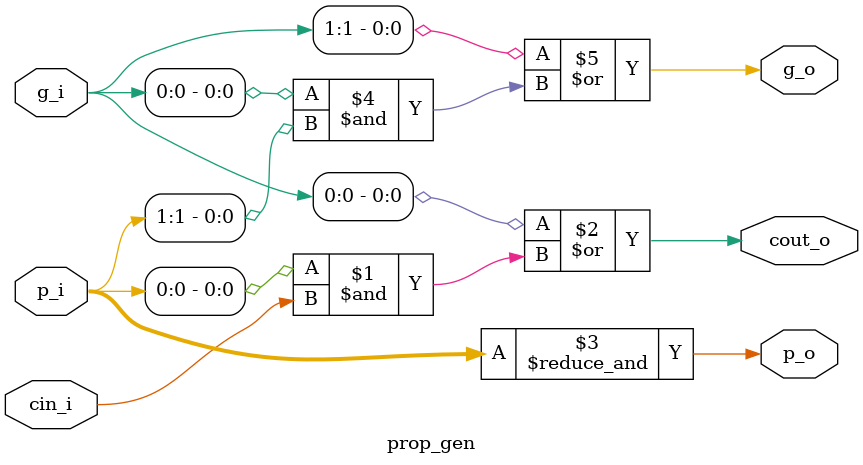
<source format=v>
module prop_gen
(
input cin_i,
input [1:0] p_i,
input [1:0] g_i,
output cout_o,
output p_o,
output g_o
);

assign cout_o = g_i[0] | p_i[0] & cin_i;
assign p_o = &p_i;
assign g_o = g_i[1] | g_i[0] & p_i[1];

endmodule


</source>
